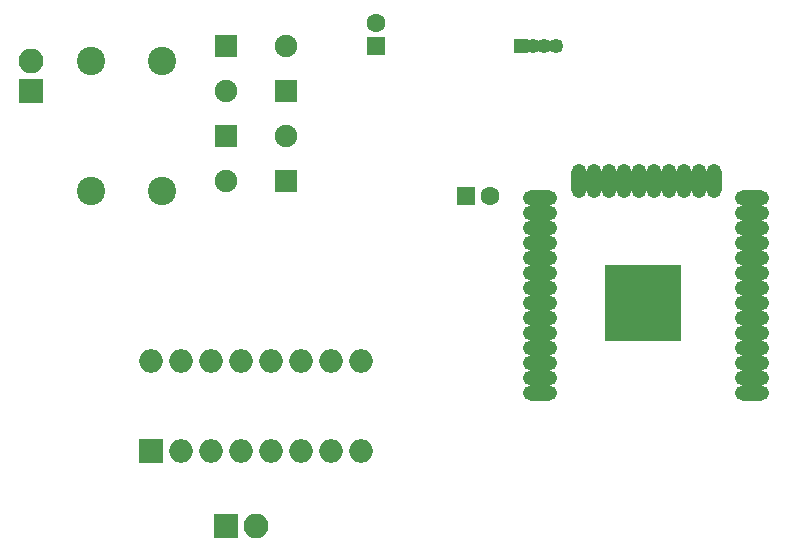
<source format=gbr>
G04 #@! TF.GenerationSoftware,KiCad,Pcbnew,(5.0.0)*
G04 #@! TF.CreationDate,2022-12-05T21:19:23-03:00*
G04 #@! TF.ProjectId,Projeto final,50726F6A65746F2066696E616C2E6B69,rev?*
G04 #@! TF.SameCoordinates,Original*
G04 #@! TF.FileFunction,Soldermask,Bot*
G04 #@! TF.FilePolarity,Negative*
%FSLAX46Y46*%
G04 Gerber Fmt 4.6, Leading zero omitted, Abs format (unit mm)*
G04 Created by KiCad (PCBNEW (5.0.0)) date 12/05/22 21:19:23*
%MOMM*%
%LPD*%
G01*
G04 APERTURE LIST*
%ADD10R,1.600000X1.600000*%
%ADD11C,1.600000*%
%ADD12R,1.900000X1.900000*%
%ADD13O,1.900000X1.900000*%
%ADD14R,2.100000X2.100000*%
%ADD15O,2.100000X2.100000*%
%ADD16R,1.250000X1.250000*%
%ADD17O,1.250000X1.250000*%
%ADD18C,2.400000*%
%ADD19R,6.400000X6.400000*%
%ADD20O,2.900000X1.300000*%
%ADD21O,1.300000X2.900000*%
%ADD22R,2.000000X2.000000*%
%ADD23O,2.000000X2.000000*%
G04 APERTURE END LIST*
D10*
G04 #@! TO.C,C1*
X138480000Y-81430000D03*
D11*
X138480000Y-79430000D03*
G04 #@! TD*
G04 #@! TO.C,C2*
X148100000Y-94130000D03*
D10*
X146100000Y-94130000D03*
G04 #@! TD*
D12*
G04 #@! TO.C,D1*
X130860000Y-92860000D03*
D13*
X125780000Y-92860000D03*
G04 #@! TD*
D12*
G04 #@! TO.C,D2*
X125780000Y-89050000D03*
D13*
X130860000Y-89050000D03*
G04 #@! TD*
G04 #@! TO.C,D3*
X125780000Y-85240000D03*
D12*
X130860000Y-85240000D03*
G04 #@! TD*
D13*
G04 #@! TO.C,D4*
X130860000Y-81430000D03*
D12*
X125780000Y-81430000D03*
G04 #@! TD*
D14*
G04 #@! TO.C,J1*
X109270000Y-85240000D03*
D15*
X109270000Y-82700000D03*
G04 #@! TD*
G04 #@! TO.C,J2*
X128320000Y-122070000D03*
D14*
X125780000Y-122070000D03*
G04 #@! TD*
D16*
G04 #@! TO.C,J4*
X150720000Y-81430000D03*
D17*
X151720000Y-81430000D03*
X152720000Y-81430000D03*
X153720000Y-81430000D03*
G04 #@! TD*
D18*
G04 #@! TO.C,T1*
X114350000Y-82700000D03*
X114350000Y-93700000D03*
X120350000Y-82700000D03*
X120350000Y-93700000D03*
G04 #@! TD*
D19*
G04 #@! TO.C,U3*
X161040000Y-103110000D03*
D20*
X152340000Y-110810000D03*
X152340000Y-109540000D03*
X152340000Y-108270000D03*
X152340000Y-107000000D03*
X152340000Y-105730000D03*
X152340000Y-104460000D03*
X152340000Y-103190000D03*
X152340000Y-101920000D03*
X152340000Y-100650000D03*
X152340000Y-99380000D03*
X152340000Y-98110000D03*
X152340000Y-96840000D03*
X152340000Y-95570000D03*
X152340000Y-94300000D03*
D21*
X155625000Y-92810000D03*
X156895000Y-92810000D03*
X158165000Y-92810000D03*
X159435000Y-92810000D03*
X160705000Y-92810000D03*
X161975000Y-92810000D03*
X163245000Y-92810000D03*
X164515000Y-92810000D03*
X165785000Y-92810000D03*
X167055000Y-92810000D03*
D20*
X170340000Y-94300000D03*
X170340000Y-95570000D03*
X170340000Y-96840000D03*
X170340000Y-98110000D03*
X170340000Y-99380000D03*
X170340000Y-100650000D03*
X170340000Y-101920000D03*
X170340000Y-103190000D03*
X170340000Y-104460000D03*
X170340000Y-105730000D03*
X170340000Y-107000000D03*
X170340000Y-108270000D03*
X170340000Y-109540000D03*
X170340000Y-110810000D03*
G04 #@! TD*
D22*
G04 #@! TO.C,U5*
X119430000Y-115720000D03*
D23*
X137210000Y-108100000D03*
X121970000Y-115720000D03*
X134670000Y-108100000D03*
X124510000Y-115720000D03*
X132130000Y-108100000D03*
X127050000Y-115720000D03*
X129590000Y-108100000D03*
X129590000Y-115720000D03*
X127050000Y-108100000D03*
X132130000Y-115720000D03*
X124510000Y-108100000D03*
X134670000Y-115720000D03*
X121970000Y-108100000D03*
X137210000Y-115720000D03*
X119430000Y-108100000D03*
G04 #@! TD*
M02*

</source>
